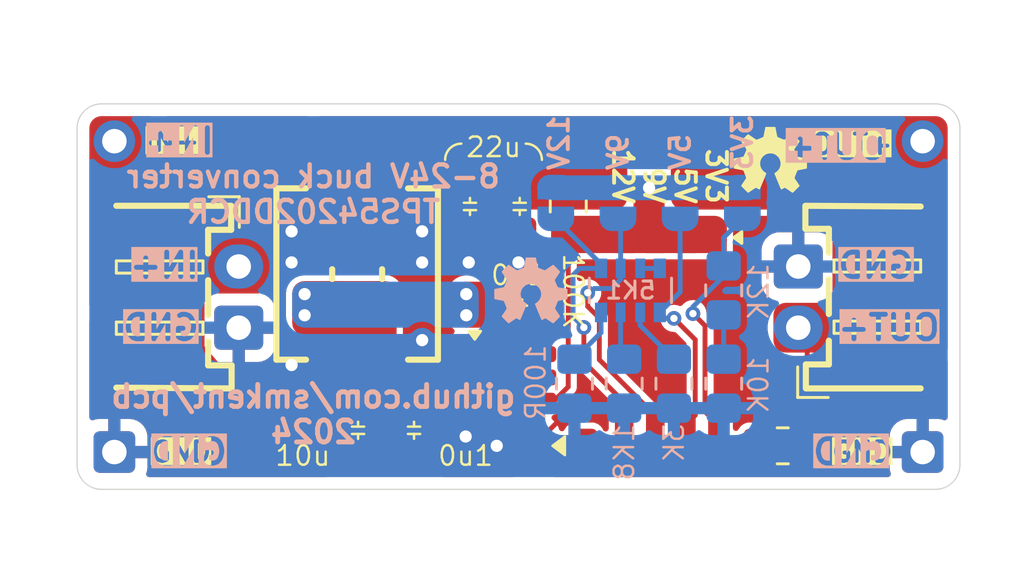
<source format=kicad_pcb>
(kicad_pcb (version 20240108) (generator "pcbnew") (generator_version "8.0")
  (layers (0 "F.Cu" signal) (31 "B.Cu" signal) (34 "B.Paste" user) (35 "F.Paste" user) (36 "B.SilkS" user "B.Silkscreen") (37 "F.SilkS" user "F.Silkscreen") (38 "B.Mask" user) (39 "F.Mask" user) (44 "Edge.Cuts" user))
  (net 0 "")
  (net 1 "GND")
  (net 2 "VIN")
  (net 3 "VOUT")
  (net 4 "SW")
  (net 5 "FB")
  (net 6 "BOOT")
  (net 7 "3V3_SELECT")
  (net 8 "5V_SELECT")
  (net 9 "9V_SELECT")
  (net 10 "12V_SELECT")
  (net 11 "Net-(R1-Pad1)")
  (net 12 "Net-(RN1B-R2.2)")
  (net 13 "Net-(RN1C-R3.2)")
  (net 14 "Net-(RN1A-R1.2)")
  (net 15 "Net-(RN1C-R3.1)")
  (net 16 "Net-(D1-A)")
  (footprint "custom:C_0805_2012Metric_Pad1.18x1.45mm_HandSolder" (layer "F.Cu") (at 126.492 146.431 -90)
    (property "Reference" "C2" (hide yes))
    (property "Value" "0u1")
    (pad "1" smd roundrect (at -1.0375 0 270) (size 1.175 1.45) (layers "F.Cu" "F.Paste" "F.Mask") (roundrect_rratio 0.212766) (net 2 "VIN"))
    (pad "2" smd roundrect (at 1.0375 0 270) (size 1.175 1.45) (layers "F.Cu" "F.Paste" "F.Mask") (roundrect_rratio 0.212766) (net 1 "GND"))
  )
  (footprint "custom:LED_0805_2012Metric_Pad1.15x1.40mm_HandSolder_simple" (layer "F.Cu") (at 132.452 147.066)
    (property "Reference" "D1" (hide yes))
    (property "Value" "LED")
    (pad "1" smd roundrect (at -1.025 0) (size 1.15 1.4) (layers "F.Cu" "F.Paste" "F.Mask") (roundrect_rratio 0.217391) (net 1 "GND"))
    (pad "2" smd roundrect (at 1.025 0) (size 1.15 1.4) (layers "F.Cu" "F.Paste" "F.Mask") (roundrect_rratio 0.217391) (net 16 "Net-(D1-A)"))
  )
  (footprint "custom:SW_DIP_SPSTx04_Slide_P1.27mm_simple" (layer "F.Cu") (at 137.033 142.367 -90)
    (property "Reference" "SW1" (hide yes))
    (property "Value" "SW_DIP_x04")
    (pad "1" smd rect (at -3.81 -1.905 270) (size 1.27 0.76) (layers "F.Cu" "F.Paste" "F.Mask") (net 5 "FB"))
    (pad "2" smd rect (at -3.81 -0.635 270) (size 1.27 0.76) (layers "F.Cu" "F.Paste" "F.Mask") (net 5 "FB"))
    (pad "3" smd rect (at -3.81 0.635 270) (size 1.27 0.76) (layers "F.Cu" "F.Paste" "F.Mask") (net 5 "FB"))
    (pad "4" smd rect (at -3.81 1.905 270) (size 1.27 0.76) (layers "F.Cu" "F.Paste" "F.Mask") (net 5 "FB"))
    (pad "5" smd rect (at 3.81 1.905 270) (size 1.27 0.76) (layers "F.Cu" "F.Paste" "F.Mask") (net 10 "12V_SELECT"))
    (pad "6" smd rect (at 3.81 0.635 270) (size 1.27 0.76) (layers "F.Cu" "F.Paste" "F.Mask") (net 9 "9V_SELECT"))
    (pad "7" smd rect (at 3.81 -0.635 270) (size 1.27 0.76) (layers "F.Cu" "F.Paste" "F.Mask") (net 8 "5V_SELECT"))
    (pad "8" smd rect (at 3.81 -1.905 270) (size 1.27 0.76) (layers "F.Cu" "F.Paste" "F.Mask") (net 7 "3V3_SELECT"))
  )
  (footprint "custom:JST_XH_S2B-XH-2AW_1x02_P2.50mm_pad2gnd_trim2" (layer "F.Cu") (at 119.38 140.99 -90)
    (property "Reference" "J5" (hide yes))
    (property "Value" "Conn_01x02")
    (pad "1" thru_hole oval (at -1.25 0 270) (size 1.8 2) (drill 1) (layers "*.Cu" "*.Mask") (net 2 "VIN"))
    (pad "2" thru_hole roundrect (at 1.25 0 270) (size 1.8 2) (drill 1) (layers "*.Cu" "*.Mask") (roundrect_rratio 0.1388888889) (net 1 "GND"))
  )
  (footprint "custom:SOT-23-6_Handsoldering_simple" (layer "F.Cu") (at 130.222 144.272)
    (property "Reference" "U1" (hide yes))
    (property "Value" "TPS54202DDCR")
    (pad "1" smd roundrect (at -1.35 -0.95) (size 1.56 0.65) (layers "F.Cu" "F.Paste" "F.Mask") (net 1 "GND"))
    (pad "2" smd roundrect (at -1.35 0) (size 1.56 0.65) (layers "F.Cu" "F.Paste" "F.Mask") (net 4 "SW"))
    (pad "3" smd roundrect (at -1.35 0.95) (size 1.56 0.65) (layers "F.Cu" "F.Paste" "F.Mask") (net 2 "VIN"))
    (pad "4" smd roundrect (at 1.35 0.95) (size 1.56 0.65) (layers "F.Cu" "F.Paste" "F.Mask") (net 5 "FB"))
    (pad "5" smd roundrect (at 1.35 0) (size 1.56 0.65) (layers "F.Cu" "F.Paste" "F.Mask") (net 2 "VIN"))
    (pad "6" smd roundrect (at 1.35 -0.95) (size 1.56 0.65) (layers "F.Cu" "F.Paste" "F.Mask") (net 6 "BOOT"))
  )
  (footprint "custom:C_0805_2012Metric_Pad1.18x1.45mm_HandSolder" (layer "F.Cu") (at 130.81 137.287 -90)
    (property "Reference" "C5" (hide yes))
    (property "Value" "22u")
    (pad "1" smd roundrect (at -1.0375 0 270) (size 1.175 1.45) (layers "F.Cu" "F.Paste" "F.Mask") (roundrect_rratio 0.212766) (net 3 "VOUT"))
    (pad "2" smd roundrect (at 1.0375 0 270) (size 1.175 1.45) (layers "F.Cu" "F.Paste" "F.Mask") (roundrect_rratio 0.212766) (net 1 "GND"))
  )
  (footprint "Resistor_SMD:R_0805_2012Metric_Pad1.20x1.40mm_HandSolder" (layer "F.Cu") (at 141.605 147.066 180)
    (property "Reference" "R10" (hide yes))
    (property "Value" "1K")
    (pad "1" smd roundrect (at -1 0 180) (size 1.2 1.4) (layers "F.Cu" "F.Paste" "F.Mask") (roundrect_rratio 0.208333) (net 3 "VOUT"))
    (pad "2" smd roundrect (at 1 0 180) (size 1.2 1.4) (layers "F.Cu" "F.Paste" "F.Mask") (roundrect_rratio 0.208333) (net 16 "Net-(D1-A)"))
  )
  (footprint "custom:C_0805_2012Metric_Pad1.18x1.45mm_HandSolder" (layer "F.Cu") (at 124.206 146.431 -90)
    (property "Reference" "C1" (hide yes))
    (property "Value" "10u")
    (pad "1" smd roundrect (at -1.0375 0 270) (size 1.175 1.45) (layers "F.Cu" "F.Paste" "F.Mask") (roundrect_rratio 0.212766) (net 2 "VIN"))
    (pad "2" smd roundrect (at 1.0375 0 270) (size 1.175 1.45) (layers "F.Cu" "F.Paste" "F.Mask") (roundrect_rratio 0.212766) (net 1 "GND"))
  )
  (footprint "custom:JST_XH_S2B-XH-2AW_1x02_P2.50mm_pad2gnd_trim2" (layer "F.Cu") (at 142.24 140.99 90)
    (property "Reference" "J6" (hide yes))
    (property "Value" "Conn_01x02")
    (pad "1" thru_hole oval (at -1.25 0 90) (size 1.8 2) (drill 1) (layers "*.Cu" "*.Mask") (net 3 "VOUT"))
    (pad "2" thru_hole roundrect (at 1.25 0 90) (size 1.8 2) (drill 1) (layers "*.Cu" "*.Mask") (roundrect_rratio 0.1388888889) (net 1 "GND"))
  )
  (footprint "custom:C_0805_2012Metric_Pad1.18x1.45mm_HandSolder" (layer "F.Cu") (at 128.778 137.287 -90)
    (property "Reference" "C4" (hide yes))
    (property "Value" "22u")
    (pad "1" smd roundrect (at -1.0375 0 270) (size 1.175 1.45) (layers "F.Cu" "F.Paste" "F.Mask") (roundrect_rratio 0.212766) (net 3 "VOUT"))
    (pad "2" smd roundrect (at 1.0375 0 270) (size 1.175 1.45) (layers "F.Cu" "F.Paste" "F.Mask") (roundrect_rratio 0.212766) (net 1 "GND"))
  )
  (footprint "custom:C_0805_2012Metric_Pad1.18x1.45mm_HandSolder" (layer "F.Cu") (at 130.81 141.29 180)
    (property "Reference" "C3" (hide yes))
    (property "Value" "0u1")
    (pad "1" smd roundrect (at -1.0375 0 180) (size 1.175 1.45) (layers "F.Cu" "F.Paste" "F.Mask") (roundrect_rratio 0.212766) (net 6 "BOOT"))
    (pad "2" smd roundrect (at 1.0375 0 180) (size 1.175 1.45) (layers "F.Cu" "F.Paste" "F.Mask") (roundrect_rratio 0.212766) (net 4 "SW"))
  )
  (footprint "custom:Inductor_Multi_7.0x6.6_plus" (layer "F.Cu") (at 124.2185 140.0465 90)
    (property "Reference" "L1" (hide yes))
    (property "Value" "15u")
    (pad "1" smd roundrect (at -2.3125 0 90) (size 3.775 3.2) (layers "F.Cu" "F.Paste" "F.Mask") (roundrect_rratio 0.125) (net 4 "SW"))
    (pad "2" smd roundrect (at 2.3125 -0.0125 90) (size 3.775 3.225) (layers "F.Cu" "F.Paste" "F.Mask") (roundrect_rratio 0.125) (net 3 "VOUT"))
  )
  (footprint "graphics:oshw-logo-3mm" (layer "F.Cu") (at 141.097 135.382)
    (property "Reference" "G***" (hide yes))
    (property "Value" "LOGO" (hide yes))
  )
  (footprint "Resistor_SMD:R_0805_2012Metric_Pad1.20x1.40mm_HandSolder" (layer "F.Cu") (at 132.842 137.287 -90)
    (property "Reference" "R0" (hide yes))
    (property "Value" "100K")
    (pad "1" smd roundrect (at -1 0 270) (size 1.2 1.4) (layers "F.Cu" "F.Paste" "F.Mask") (roundrect_rratio 0.208333) (net 3 "VOUT"))
    (pad "2" smd roundrect (at 1 0 270) (size 1.2 1.4) (layers "F.Cu" "F.Paste" "F.Mask") (roundrect_rratio 0.208333) (net 5 "FB"))
  )
  (footprint "Resistor_SMD:R_0805_2012Metric_Pad1.20x1.40mm_HandSolder" (layer "B.Cu") (at 139.192 140.716 -90)
    (property "Reference" "R2" (hide yes))
    (property "Value" "12K")
    (pad "1" smd roundrect (at -1 0 270) (size 1.2 1.4) (layers "B.Cu" "B.Paste" "B.Mask") (roundrect_rratio 0.208333) (net 7 "3V3_SELECT"))
    (pad "2" smd roundrect (at 1 0 270) (size 1.2 1.4) (layers "B.Cu" "B.Paste" "B.Mask") (roundrect_rratio 0.208333) (net 11 "Net-(R1-Pad1)"))
  )
  (footprint "custom:PinHeader_1x01_P2.54mm_simple_square" (layer "B.Cu") (at 147.32 147.32 180)
    (property "Reference" "J2" (hide yes))
    (property "Value" "Conn_01x03")
    (pad "1" thru_hole roundrect (at 0 0 180) (size 1.7 1.7) (drill 1) (layers "*.Cu" "*.Mask") (roundrect_rratio 0.1470588235) (net 1 "GND"))
  )
  (footprint "Resistor_SMD:R_0805_2012Metric_Pad1.20x1.40mm_HandSolder" (layer "B.Cu") (at 139.192 144.526 -90)
    (property "Reference" "R1" (hide yes))
    (property "Value" "10K")
    (pad "1" smd roundrect (at -1 0 270) (size 1.2 1.4) (layers "B.Cu" "B.Paste" "B.Mask") (roundrect_rratio 0.208333) (net 11 "Net-(R1-Pad1)"))
    (pad "2" smd roundrect (at 1 0 270) (size 1.2 1.4) (layers "B.Cu" "B.Paste" "B.Mask") (roundrect_rratio 0.208333) (net 1 "GND"))
  )
  (footprint "custom:SolderJumper-2_P1.3mm_Open_RoundedPad1.0x1.5mm_simple" (layer "B.Cu") (at 132.334 137.144 90)
    (property "Reference" "JP4" (hide yes))
    (property "Value" "SolderJumper_2_Open")
    (pad "1" smd custom (at -0.65 0 90) (size 1 0.5) (layers "B.Cu" "B.Mask") (net 10 "12V_SELECT") (options (clearance outline) (anchor rect)) (primitives (gr_circle (center 0 -0.25) (end 0.5 -0.25) (width 0) (fill yes)) (gr_circle (center 0 0.25) (end 0.5 0.25) (width 0) (fill yes)) (gr_poly (pts (xy 0.5 -0.75) (xy 0 -0.75) (xy 0 0.75) (xy 0.5 0.75)) (width 0) (fill yes))))
    (pad "2" smd custom (at 0.65 0 90) (size 1 0.5) (layers "B.Cu" "B.Mask") (net 5 "FB") (options (clearance outline) (anchor rect)) (primitives (gr_circle (center 0 -0.25) (end 0.5 -0.25) (width 0) (fill yes)) (gr_circle (center 0 0.25) (end 0.5 0.25) (width 0) (fill yes)) (gr_poly (pts (xy 0 -0.75) (xy -0.5 -0.75) (xy -0.5 0.75) (xy 0 0.75)) (width 0) (fill yes))))
  )
  (footprint "custom:SolderJumper-2_P1.3mm_Open_RoundedPad1.0x1.5mm_simple" (layer "B.Cu") (at 137.414 137.144 90)
    (property "Reference" "JP2" (hide yes))
    (property "Value" "SolderJumper_2_Open")
    (pad "1" smd custom (at -0.65 0 90) (size 1 0.5) (layers "B.Cu" "B.Mask") (net 8 "5V_SELECT") (options (clearance outline) (anchor rect)) (primitives (gr_circle (center 0 -0.25) (end 0.5 -0.25) (width 0) (fill yes)) (gr_circle (center 0 0.25) (end 0.5 0.25) (width 0) (fill yes)) (gr_poly (pts (xy 0.5 -0.75) (xy 0 -0.75) (xy 0 0.75) (xy 0.5 0.75)) (width 0) (fill yes))))
    (pad "2" smd custom (at 0.65 0 90) (size 1 0.5) (layers "B.Cu" "B.Mask") (net 5 "FB") (options (clearance outline) (anchor rect)) (primitives (gr_circle (center 0 -0.25) (end 0.5 -0.25) (width 0) (fill yes)) (gr_circle (center 0 0.25) (end 0.5 0.25) (width 0) (fill yes)) (gr_poly (pts (xy 0 -0.75) (xy -0.5 -0.75) (xy -0.5 0.75) (xy 0 0.75)) (width 0) (fill yes))))
  )
  (footprint "graphics:oshw-logo-3mm" (layer "B.Cu") (at 131.318 140.716 180)
    (property "Reference" "G***" (hide yes))
    (property "Value" "LOGO" (hide yes))
  )
  (footprint "Resistor_SMD:R_0805_2012Metric_Pad1.20x1.40mm_HandSolder" (layer "B.Cu") (at 133.096 144.526 -90)
    (property "Reference" "R8" (hide yes))
    (property "Value" "100R")
    (pad "1" smd roundrect (at -1 0 270) (size 1.2 1.4) (layers "B.Cu" "B.Paste" "B.Mask") (roundrect_rratio 0.208333) (net 14 "Net-(RN1A-R1.2)"))
    (pad "2" smd roundrect (at 1 0 270) (size 1.2 1.4) (layers "B.Cu" "B.Paste" "B.Mask") (roundrect_rratio 0.208333) (net 1 "GND"))
  )
  (footprint "custom:PinHeader_1x01_P2.54mm_simple" (layer "B.Cu") (at 147.32 134.62 180)
    (property "Reference" "J3" (hide yes))
    (property "Value" "Conn_01x03")
    (pad "1" thru_hole oval (at 0 0 180) (size 1.7 1.7) (drill 1) (layers "*.Cu" "*.Mask") (net 3 "VOUT"))
  )
  (footprint "custom:SolderJumper-2_P1.3mm_Open_RoundedPad1.0x1.5mm_simple" (layer "B.Cu") (at 139.954 137.144 90)
    (property "Reference" "JP1" (hide yes))
    (property "Value" "SolderJumper_2_Open")
    (pad "1" smd custom (at -0.65 0 90) (size 1 0.5) (layers "B.Cu" "B.Mask") (net 7 "3V3_SELECT") (options (clearance outline) (anchor rect)) (primitives (gr_circle (center 0 -0.25) (end 0.5 -0.25) (width 0) (fill yes)) (gr_circle (center 0 0.25) (end 0.5 0.25) (width 0) (fill yes)) (gr_poly (pts (xy 0.5 -0.75) (xy 0 -0.75) (xy 0 0.75) (xy 0.5 0.75)) (width 0) (fill yes))))
    (pad "2" smd custom (at 0.65 0 90) (size 1 0.5) (layers "B.Cu" "B.Mask") (net 5 "FB") (options (clearance outline) (anchor rect)) (primitives (gr_circle (center 0 -0.25) (end 0.5 -0.25) (width 0) (fill yes)) (gr_circle (center 0 0.25) (end 0.5 0.25) (width 0) (fill yes)) (gr_poly (pts (xy 0 -0.75) (xy -0.5 -0.75) (xy -0.5 0.75) (xy 0 0.75)) (width 0) (fill yes))))
  )
  (footprint "Resistor_SMD:R_0805_2012Metric_Pad1.20x1.40mm_HandSolder" (layer "B.Cu") (at 135.128 144.526 -90)
    (property "Reference" "R6" (hide yes))
    (property "Value" "1K8")
    (pad "1" smd roundrect (at -1 0 270) (size 1.2 1.4) (layers "B.Cu" "B.Paste" "B.Mask") (roundrect_rratio 0.208333) (net 12 "Net-(RN1B-R2.2)"))
    (pad "2" smd roundrect (at 1 0 270) (size 1.2 1.4) (layers "B.Cu" "B.Paste" "B.Mask") (roundrect_rratio 0.208333) (net 1 "GND"))
  )
  (footprint "Resistor_SMD:R_Array_Convex_4x0603" (layer "B.Cu") (at 135.382 140.716 -90)
    (property "Reference" "RN1" (hide yes))
    (property "Value" "5K1")
    (pad "1" smd rect (at -0.9 1.2 270) (size 0.8 0.5) (layers "B.Cu" "B.Paste" "B.Mask") (net 10 "12V_SELECT"))
    (pad "2" smd rect (at -0.9 0.4 270) (size 0.8 0.4) (layers "B.Cu" "B.Paste" "B.Mask") (net 9 "9V_SELECT"))
    (pad "3" smd rect (at -0.9 -0.4 270) (size 0.8 0.4) (layers "B.Cu" "B.Paste" "B.Mask") (net 15 "Net-(RN1C-R3.1)"))
    (pad "4" smd rect (at -0.9 -1.2 270) (size 0.8 0.5) (layers "B.Cu" "B.Paste" "B.Mask") (net 15 "Net-(RN1C-R3.1)"))
    (pad "5" smd rect (at 0.9 -1.2 270) (size 0.8 0.5) (layers "B.Cu" "B.Paste" "B.Mask") (net 8 "5V_SELECT"))
    (pad "6" smd rect (at 0.9 -0.4 270) (size 0.8 0.4) (layers "B.Cu" "B.Paste" "B.Mask") (net 13 "Net-(RN1C-R3.2)"))
    (pad "7" smd rect (at 0.9 0.4 270) (size 0.8 0.4) (layers "B.Cu" "B.Paste" "B.Mask") (net 12 "Net-(RN1B-R2.2)"))
    (pad "8" smd rect (at 0.9 1.2 270) (size 0.8 0.5) (layers "B.Cu" "B.Paste" "B.Mask") (net 14 "Net-(RN1A-R1.2)"))
  )
  (footprint "custom:PinHeader_1x01_P2.54mm_simple" (layer "B.Cu") (at 114.3 134.62 180)
    (property "Reference" "J1" (hide yes))
    (property "Value" "Conn_01x03")
    (pad "1" thru_hole oval (at 0 0 180) (size 1.7 1.7) (drill 1) (layers "*.Cu" "*.Mask") (net 2 "VIN"))
  )
  (footprint "custom:PinHeader_1x01_P2.54mm_simple_square" (layer "B.Cu") (at 114.3 147.32 180)
    (property "Reference" "J4" (hide yes))
    (property "Value" "Conn_01x03")
    (pad "1" thru_hole roundrect (at 0 0 180) (size 1.7 1.7) (drill 1) (layers "*.Cu" "*.Mask") (roundrect_rratio 0.1470588235) (net 1 "GND"))
  )
  (footprint "Resistor_SMD:R_0805_2012Metric_Pad1.20x1.40mm_HandSolder" (layer "B.Cu") (at 137.16 144.526 -90)
    (property "Reference" "R4" (hide yes))
    (property "Value" "3K")
    (pad "1" smd roundrect (at -1 0 270) (size 1.2 1.4) (layers "B.Cu" "B.Paste" "B.Mask") (roundrect_rratio 0.208333) (net 13 "Net-(RN1C-R3.2)"))
    (pad "2" smd roundrect (at 1 0 270) (size 1.2 1.4) (layers "B.Cu" "B.Paste" "B.Mask") (roundrect_rratio 0.208333) (net 1 "GND"))
  )
  (footprint "custom:SolderJumper-2_P1.3mm_Open_RoundedPad1.0x1.5mm_simple" (layer "B.Cu") (at 134.874 137.144 90)
    (property "Reference" "JP3" (hide yes))
    (property "Value" "SolderJumper_2_Open")
    (pad "1" smd custom (at -0.65 0 90) (size 1 0.5) (layers "B.Cu" "B.Mask") (net 9 "9V_SELECT") (options (clearance outline) (anchor rect)) (primitives (gr_circle (center 0 -0.25) (end 0.5 -0.25) (width 0) (fill yes)) (gr_circle (center 0 0.25) (end 0.5 0.25) (width 0) (fill yes)) (gr_poly (pts (xy 0.5 -0.75) (xy 0 -0.75) (xy 0 0.75) (xy 0.5 0.75)) (width 0) (fill yes))))
    (pad "2" smd custom (at 0.65 0 90) (size 1 0.5) (layers "B.Cu" "B.Mask") (net 5 "FB") (options (clearance outline) (anchor rect)) (primitives (gr_circle (center 0 -0.25) (end 0.5 -0.25) (width 0) (fill yes)) (gr_circle (center 0 0.25) (end 0.5 0.25) (width 0) (fill yes)) (gr_poly (pts (xy 0 -0.75) (xy -0.5 -0.75) (xy -0.5 0.75) (xy 0 0.75)) (width 0) (fill yes))))
  )
  (gr_arc (start 127.812799 135.381999) (mid 128.006226 134.915026) (end 128.473199 134.721599) (stroke (width 0.1)) (layer "F.SilkS"))
  (gr_arc (start 131.105027 134.7216) (mid 131.572 134.915027) (end 131.765427 135.382) (stroke (width 0.1)) (layer "F.SilkS"))
  (gr_poly (pts (arc (start 112.776 147.844) (mid 113.068893 148.551107) (end 113.776 148.844)) (arc (start 147.844 148.844) (mid 148.551107 148.551107) (end 148.844 147.844)) (arc (start 148.844 134.096) (mid 148.551107 133.388893) (end 147.844 133.096)) (arc (start 113.776 133.096) (mid 113.068893 133.388893) (end 112.776 134.096))) (stroke (width 0.05)) (fill none) (layer "Edge.Cuts"))
  (gr_text "5K1" (at 135.382 140.716 0) (layer "B.SilkS") (effects (font (size 0.7 0.7) (thickness 0.125)) (justify mirror)))
  (gr_text "GND" (at 146.05 147.32 0) (layer "B.SilkS" knockout) (effects (font (size 1 1) (thickness 0.2) (bold yes)) (justify left mirror)))
  (gr_text "GND" (at 143.764 139.7 0) (layer "B.SilkS" knockout) (effects (font (size 1 1) (thickness 0.2) (bold yes)) (justify right mirror)))
  (gr_text "GND" (at 117.856 142.24 0) (layer "B.SilkS" knockout) (effects (font (size 1 1) (thickness 0.2) (bold yes)) (justify left mirror)))
  (gr_text "12K" (at 140.6144 140.7668 90) (layer "B.SilkS") (effects (font (size 0.8 0.8) (thickness 0.1)) (justify mirror)))
  (gr_text "10K" (at 140.6144 144.5768 90) (layer "B.SilkS") (effects (font (size 0.8 0.8) (thickness 0.1)) (justify mirror)))
  (gr_text "8-24V buck converter\nTPS54202DDCR" (at 122.428 135.5344 0) (layer "B.SilkS") (effects (font (size 0.9 0.9) (thickness 0.18) (bold yes)) (justify top mirror)))
  (gr_text "1K8" (at 135.128 146.1008 90) (layer "B.SilkS") (effects (font (size 0.8 0.8) (thickness 0.1)) (justify left mirror)))
  (gr_text "OUT+" (at 145.923 134.839 0) (layer "B.SilkS" knockout) (effects (font (size 1 1) (thickness 0.2) (bold yes)) (justify left mirror)))
  (gr_text "3K" (at 137.16 146.1008 90) (layer "B.SilkS") (effects (font (size 0.8 0.8) (thickness 0.1)) (justify left mirror)))
  (gr_text "9V" (at 134.874 135.89 90) (layer "B.SilkS") (effects (font (size 0.8 0.8) (thickness 0.16) (bold yes)) (justify right mirror)))
  (gr_text "3V3" (at 139.954 135.89 90) (layer "B.SilkS") (effects (font (size 0.8 0.8) (thickness 0.16) (bold yes)) (justify right mirror)))
  (gr_text "5V" (at 137.414 135.89 90) (layer "B.SilkS") (effects (font (size 0.8 0.8) (thickness 0.16) (bold yes)) (justify right mirror)))
  (gr_text "100R" (at 131.9784 144.4752 90) (layer "B.SilkS") (effects (font (size 0.8 0.8) (thickness 0.1)) (justify bottom mirror)))
  (gr_text "github.com/smkent/pcb\n2024" (at 122.428 144.526 0) (layer "B.SilkS") (effects (font (size 0.9 0.9) (thickness 0.2) (bold yes)) (justify top mirror)))
  (gr_text "IN+" (at 115.443 134.62 0) (layer "B.SilkS" knockout) (effects (font (size 1 1) (thickness 0.2) (bold yes)) (justify right mirror)))
  (gr_text "IN+" (at 117.856 139.7 0) (layer "B.SilkS" knockout) (effects (font (size 1 1) (thickness 0.2) (bold yes)) (justify left mirror)))
  (gr_text "OUT+" (at 143.764 142.24 0) (layer "B.SilkS" knockout) (effects (font (size 1 1) (thickness 0.2) (bold yes)) (justify right mirror)))
  (gr_text "GND" (at 115.697 147.32 0) (layer "B.SilkS" knockout) (effects (font (size 1 1) (thickness 0.2) (bold yes)) (justify right mirror)))
  (gr_text "12V" (at 132.461 135.89 90) (layer "B.SilkS") (effects (font (size 0.8 0.8) (thickness 0.16) (bold yes)) (justify right mirror)))
  (gr_text "10u" (at 123.19 147.4724 0) (layer "F.SilkS") (effects (font (size 0.8 0.8) (thickness 0.1)) (justify right)))
  (gr_text "3V3" (at 138.8872 137.2616 270) (layer "F.SilkS") (effects (font (size 0.8 0.8) (thickness 0.16) (bold yes)) (justify right)))
  (gr_text "9V" (at 136.3472 137.2616 270) (layer "F.SilkS") (effects (font (size 0.8 0.8) (thickness 0.16) (bold yes)) (justify right)))
  (gr_text "GND" (at 146.177 147.32 0) (layer "F.SilkS" knockout) (effects (font (size 0.8 0.8) (thickness 0.16) (bold yes)) (justify right)))
  (gr_text "0u1" (at 127.4572 147.4724 0) (layer "F.SilkS") (effects (font (size 0.8 0.8) (thickness 0.1)) (justify left)))
  (gr_text "IN+" (at 115.443 134.62 0) (layer "F.SilkS" knockout) (effects (font (size 0.8 0.8) (thickness 0.16) (bold yes)) (justify left)))
  (gr_text "0u1" (at 130.81 140.5636 0) (layer "F.SilkS") (effects (font (size 0.8 0.8) (thickness 0.1)) (justify bottom)))
  (gr_text "12V" (at 135.0772 137.2616 270) (layer "F.SilkS") (effects (font (size 0.8 0.8) (thickness 0.16) (bold yes)) (justify right)))
  (gr_text "100K" (at 133.0452 139.1412 270) (layer "F.SilkS") (effects (font (size 0.8 0.8) (thickness 0.1)) (justify left)))
  (gr_text "OUT+" (at 146.177 134.747 0) (layer "F.SilkS" knockout) (effects (font (size 0.8 0.8) (thickness 0.16) (bold yes)) (justify right)))
  (gr_text "GND" (at 115.697 147.32 0) (layer "F.SilkS" knockout) (effects (font (size 0.8 0.8) (thickness 0.16) (bold yes)) (justify left)))
  (gr_text "5V" (at 137.6172 137.2616 270) (layer "F.SilkS") (effects (font (size 0.8 0.8) (thickness 0.16) (bold yes)) (justify right)))
  (gr_text "22u" (at 129.794 135.3312 0) (layer "F.SilkS") (effects (font (size 0.8 0.8) (thickness 0.1)) (justify bottom)))
  (segment (start 144.415 148.066) (end 145.161 147.32) (width 0.2) (layer "F.Cu") (net 1))
  (segment (start 132.427 148.066) (end 144.415 148.066) (width 0.2) (layer "F.Cu") (net 1))
  (segment (start 145.161 147.32) (end 147.32 147.32) (width 0.2) (layer "F.Cu") (net 1))
  (segment (start 132.951 145.542) (end 131.427 147.066) (width 0.2) (layer "F.Cu") (net 1))
  (segment (start 134.047998 145.542) (end 132.951 145.542) (width 0.2) (layer "F.Cu") (net 1))
  (segment (start 131.427 147.066) (end 132.427 148.066) (width 0.2) (layer "F.Cu") (net 1))
  (via (at 130.81 139.573) (size 1) (drill 0.5) (layers "F.Cu" "B.Cu") (net 1))
  (via (at 126.873 139.573) (size 1) (drill 0.5) (layers "F.Cu" "B.Cu") (net 1))
  (via (at 126.873 142.748) (size 1) (drill 0.5) (layers "F.Cu" "B.Cu") (net 1))
  (via (at 128.778 139.573) (size 1) (drill 0.5) (layers "F.Cu" "B.Cu") (net 1))
  (via (at 129.921 147.066) (size 1) (drill 0.5) (layers "F.Cu" "B.Cu") (net 1))
  (via (at 121.539 143.764) (size 1) (drill 0.5) (layers "F.Cu" "B.Cu") (net 1))
  (via (at 126.873 138.303) (size 1) (drill 0.5) (layers "F.Cu" "B.Cu") (net 1))
  (via (at 121.539 139.573) (size 1) (drill 0.5) (layers "F.Cu" "B.Cu") (net 1))
  (via (at 121.539 138.303) (size 1) (drill 0.5) (layers "F.Cu" "B.Cu") (net 1))
  (via (at 128.651 146.685) (size 1) (drill 0.5) (layers "F.Cu" "B.Cu") (net 1))
  (segment (start 130.792001 144.272) (end 129.842001 145.222) (width 0.2) (layer "F.Cu") (net 2))
  (segment (start 131.572 144.272) (end 130.792001 144.272) (width 0.2) (layer "F.Cu") (net 2))
  (segment (start 129.842001 145.222) (end 128.872 145.222) (width 0.2) (layer "F.Cu") (net 2))
  (segment (start 124.513 137.869) (end 124.714 137.668) (width 0.2) (layer "F.Cu") (net 3))
  (segment (start 142.605 147.066) (end 142.605 142.605) (width 0.2) (layer "F.Cu") (net 3))
  (segment (start 124.206 137.869) (end 124.513 137.869) (width 0.2) (layer "F.Cu") (net 3))
  (segment (start 142.605 142.605) (end 142.24 142.24) (width 0.2) (layer "F.Cu") (net 3))
  (segment (start 128.872 144.407) (end 128.659 144.407) (width 0.2) (layer "F.Cu") (net 4))
  (segment (start 128.659 144.407) (end 128.651 144.399) (width 0.2) (layer "F.Cu") (net 4))
  (via (at 128.6764 141.732) (size 1) (drill 0.5) (layers "F.Cu" "B.Cu") (net 4))
  (via (at 122.0724 141.732) (size 1) (drill 0.5) (layers "F.Cu" "B.Cu") (net 4))
  (via (at 128.6764 140.8684) (size 1) (drill 0.5) (layers "F.Cu" "B.Cu") (net 4))
  (via (at 122.0724 140.8684) (size 1) (drill 0.5) (layers "F.Cu" "B.Cu") (net 4))
  (segment (start 132.273 145.222) (end 132.842 144.653) (width 0.2) (layer "F.Cu") (net 5))
  (segment (start 131.572 145.222) (end 132.273 145.222) (width 0.2) (layer "F.Cu") (net 5))
  (segment (start 132.842 144.653) (end 132.842 138.287) (width 0.2) (layer "F.Cu") (net 5))
  (via (at 136.144 136.525) (size 1) (drill 0.5) (layers "F.Cu" "B.Cu") (net 5))
  (segment (start 131.572 143.322) (end 131.572 142.621) (width 0.2) (layer "F.Cu") (net 6))
  (segment (start 131.572 142.621) (end 131.8475 142.3455) (width 0.2) (layer "F.Cu") (net 6))
  (segment (start 131.8475 142.3455) (end 131.8475 141.29) (width 0.2) (layer "F.Cu") (net 6))
  (segment (start 138.43 145.669) (end 138.43 142.158854) (width 0.2) (layer "F.Cu") (net 7))
  (segment (start 138.43 142.158854) (end 137.936116 141.66497) (width 0.2) (layer "F.Cu") (net 7))
  (segment (start 138.938 146.177) (end 138.43 145.669) (width 0.2) (layer "F.Cu") (net 7))
  (via (at 137.936116 141.66497) (size 0.6) (drill 0.3) (layers "F.Cu" "B.Cu") (net 7))
  (segment (start 139.192 139.716) (end 139.192 138.556) (width 0.2) (layer "B.Cu") (net 7))
  (segment (start 137.936116 141.38714) (end 139.192 140.131256) (width 0.2) (layer "B.Cu") (net 7))
  (segment (start 139.192 140.131256) (end 139.192 139.716) (width 0.2) (layer "B.Cu") (net 7))
  (segment (start 139.192 138.556) (end 139.954 137.794) (width 0.2) (layer "B.Cu") (net 7))
  (segment (start 137.936116 141.66497) (end 137.936116 141.38714) (width 0.2) (layer "B.Cu") (net 7))
  (segment (start 138.03 142.729) (end 137.16 141.859) (width 0.2) (layer "F.Cu") (net 8))
  (segment (start 137.668 146.177) (end 138.03 145.815) (width 0.2) (layer "F.Cu") (net 8))
  (segment (start 138.03 145.815) (end 138.03 142.729) (width 0.2) (layer "F.Cu") (net 8))
  (via (at 137.16 141.859) (size 0.6) (drill 0.3) (layers "F.Cu" "B.Cu") (net 8))
  (segment (start 136.825 141.859) (end 136.582 141.616) (width 0.2) (layer "B.Cu") (net 8))
  (segment (start 137.16 141.859) (end 136.825 141.859) (width 0.2) (layer "B.Cu") (net 8))
  (segment (start 136.582 141.616) (end 137.414 140.784) (width 0.2) (layer "B.Cu") (net 8))
  (segment (start 137.414 140.784) (end 137.414 137.794) (width 0.2) (layer "B.Cu") (net 8))
  (segment (start 136.398 145.832) (end 136.398 146.177) (width 0.2) (layer "F.Cu") (net 9))
  (segment (start 134.112 143.546) (end 136.398 145.832) (width 0.2) (layer "F.Cu") (net 9))
  (segment (start 134.112 141.846316) (end 134.112 143.546) (width 0.2) (layer "F.Cu") (net 9))
  (segment (start 133.638676 141.372992) (end 134.112 141.846316) (width 0.2) (layer "F.Cu") (net 9))
  (segment (start 133.638676 140.811078) (end 133.638676 141.372992) (width 0.2) (layer "F.Cu") (net 9))
  (via (at 133.638676 140.811078) (size 0.6) (drill 0.3) (layers "F.Cu" "B.Cu") (net 9))
  (segment (start 134.982 140.266) (end 134.982 139.816) (width 0.2) (layer "B.Cu") (net 9))
  (segment (start 134.982 139.816) (end 134.982 137.902) (width 0.2) (layer "B.Cu") (net 9))
  (segment (start 133.638676 140.811078) (end 133.737522 140.811078) (width 0.2) (layer "B.Cu") (net 9))
  (segment (start 133.9088 140.6398) (end 134.6082 140.6398) (width 0.2) (layer "B.Cu") (net 9))
  (segment (start 134.982 137.902) (end 134.874 137.794) (width 0.2) (layer "B.Cu") (net 9))
  (segment (start 133.737522 140.811078) (end 133.9088 140.6398) (width 0.2) (layer "B.Cu") (net 9))
  (segment (start 134.6082 140.6398) (end 134.982 140.266) (width 0.2) (layer "B.Cu") (net 9))
  (segment (start 135.128 145.288) (end 135.128 146.177) (width 0.2) (layer "F.Cu") (net 10))
  (segment (start 133.480086 143.640086) (end 135.128 145.288) (width 0.2) (layer "F.Cu") (net 10))
  (segment (start 133.480086 142.229953) (end 133.480086 143.640086) (width 0.2) (layer "F.Cu") (net 10))
  (via (at 133.480086 142.229953) (size 0.6) (drill 0.3) (layers "F.Cu" "B.Cu") (net 10))
  (segment (start 133.480086 142.229953) (end 133.038676 141.788543) (width 0.2) (layer "B.Cu") (net 10))
  (segment (start 133.3102 139.816) (end 134.182 139.816) (width 0.2) (layer "B.Cu") (net 10))
  (segment (start 133.038676 140.087524) (end 133.3102 139.816) (width 0.2) (layer "B.Cu") (net 10))
  (segment (start 134.182 139.642) (end 132.334 137.794) (width 0.2) (layer "B.Cu") (net 10))
  (segment (start 134.182 139.816) (end 134.182 139.642) (width 0.2) (layer "B.Cu") (net 10))
  (segment (start 133.038676 141.788543) (end 133.038676 140.087524) (width 0.2) (layer "B.Cu") (net 10))
  (segment (start 139.192 141.716) (end 139.192 143.526) (width 0.2) (layer "B.Cu") (net 11))
  (segment (start 134.982 143.38) (end 135.128 143.526) (width 0.2) (layer "B.Cu") (net 12))
  (segment (start 134.982 141.616) (end 134.982 143.38) (width 0.2) (layer "B.Cu") (net 12))
  (segment (start 135.782 141.616) (end 135.782 142.148) (width 0.2) (layer "B.Cu") (net 13))
  (segment (start 135.782 142.148) (end 137.16 143.526) (width 0.2) (layer "B.Cu") (net 13))
  (segment (start 134.182 142.44) (end 133.096 143.526) (width 0.2) (layer "B.Cu") (net 14))
  (segment (start 134.182 141.616) (end 134.182 142.44) (width 0.2) (layer "B.Cu") (net 14))
  (segment (start 136.582 139.816) (end 135.782 139.816) (width 0.2) (layer "B.Cu") (net 15))
  (segment (start 140.559 147.112) (end 140.605 147.066) (width 0.2) (layer "F.Cu") (net 16))
  (segment (start 133.523 147.112) (end 140.559 147.112) (width 0.2) (layer "F.Cu") (net 16))
  (segment (start 133.477 147.066) (end 133.523 147.112) (width 0.2) (layer "F.Cu") (net 16))
  (zone (net 4) (net_name "SW") (layer "F.Cu") (priority 2) (connect_pads yes (clearance 0.25)) (min_thickness 0.25) (fill yes (thermal_gap 0.5) (thermal_bridge_width 0.5) (smoothing fillet) (radius 0.5))
    (polygon (pts (xy 121.5644 140.335) (xy 121.5644 142.2908) (xy 122.6312 143.1544) (xy 122.6312 144.6022) (xy 125.7808 144.6022) (xy 127 144.6022) (xy 129.6924 144.6022) (xy 129.6924 143.891) (xy 127.127 143.891) (xy 125.8316 142.6972) (xy 125.8316 140.335)))
  )
  (zone (net 3) (net_name "VOUT") (layer "F.Cu") (priority 7) (connect_pads yes (clearance 0.25)) (min_thickness 0.25) (fill yes (thermal_gap 0.5) (thermal_bridge_width 0.5) (smoothing fillet) (radius 0.5))
    (polygon (pts (xy 122.555 139.573) (xy 125.857 139.573) (xy 125.857 137.414) (xy 135.255 137.414) (xy 135.255 135.636) (xy 137.033 135.636) (xy 137.033 137.414) (xy 143.637 137.414) (xy 143.637 141.224) (xy 141.224 141.224) (xy 141.224 143.256) (xy 146.304 143.256) (xy 148.59 143.256) (xy 148.59 135.636) (xy 148.59 133.35) (xy 122.555 133.35)))
  )
  (zone (net 4) (net_name "SW") (layer "F.Cu") (priority 3) (connect_pads yes (clearance 0.25)) (min_thickness 0.25) (fill yes (thermal_gap 0.5) (thermal_bridge_width 0.5) (smoothing fillet) (radius 0.5))
    (polygon (pts (xy 128.1684 140.3604) (xy 130.4036 140.3604) (xy 130.4036 142.24) (xy 128.1684 142.24)))
  )
  (zone (net 2) (net_name "VIN") (layer "F.Cu") (priority 5) (connect_pads yes (clearance 0.25)) (min_thickness 0.25) (fill yes (thermal_gap 0.5) (thermal_bridge_width 0.5) (smoothing fillet) (radius 0.5))
    (polygon (pts (xy 129.667 144.78) (xy 129.667 146.05) (xy 117.983 146.05) (xy 113.03 141.097) (xy 113.03 133.35) (xy 115.57 133.35) (xy 120.65 138.43) (xy 120.65 140.843) (xy 117.983 140.843) (xy 117.983 143.002) (xy 119.507 144.78)))
  )
  (zone (net 5) (net_name "FB") (layer "F.Cu") (priority 1) (connect_pads yes (clearance 0.25)) (min_thickness 0.25) (fill yes (thermal_gap 0.5) (thermal_bridge_width 0.5) (smoothing fillet) (radius 0.5))
    (polygon (pts (xy 132.207 137.668) (xy 135.509 137.668) (xy 135.509 136.017) (xy 136.779 136.017) (xy 136.779 137.668) (xy 139.319 137.668) (xy 139.319 139.192) (xy 132.207 139.192)))
  )
  (zone (net 1) (net_name "GND") (layers "F&B.Cu") (connect_pads (clearance 0.25)) (min_thickness 0.25) (fill yes (thermal_gap 0.5) (thermal_bridge_width 0.5))
    (polygon (pts (xy 112.522 132.842) (xy 149.098 132.842) (xy 149.098 149.098) (xy 112.522 149.098)))
  )
  (zone (net 4) (net_name "SW") (layer "B.Cu") (priority 4) (connect_pads yes (clearance 0.25)) (min_thickness 0.25) (fill yes (thermal_gap 0.5) (thermal_bridge_width 0.5) (smoothing fillet) (radius 0.5))
    (polygon (pts (xy 121.5644 140.3604) (xy 129.1844 140.3604) (xy 129.1844 142.24) (xy 121.5644 142.24)))
  )
  (zone (net 5) (net_name "FB") (layer "B.Cu") (priority 6) (connect_pads no (clearance 0.25)) (min_thickness 0.25) (fill yes (thermal_gap 0.5) (thermal_bridge_width 0.5) (smoothing fillet) (radius 0.5))
    (polygon (pts (xy 131.572 136.017) (xy 140.716 136.017) (xy 140.716 137.033) (xy 131.572 137.033)))
  )
)
</source>
